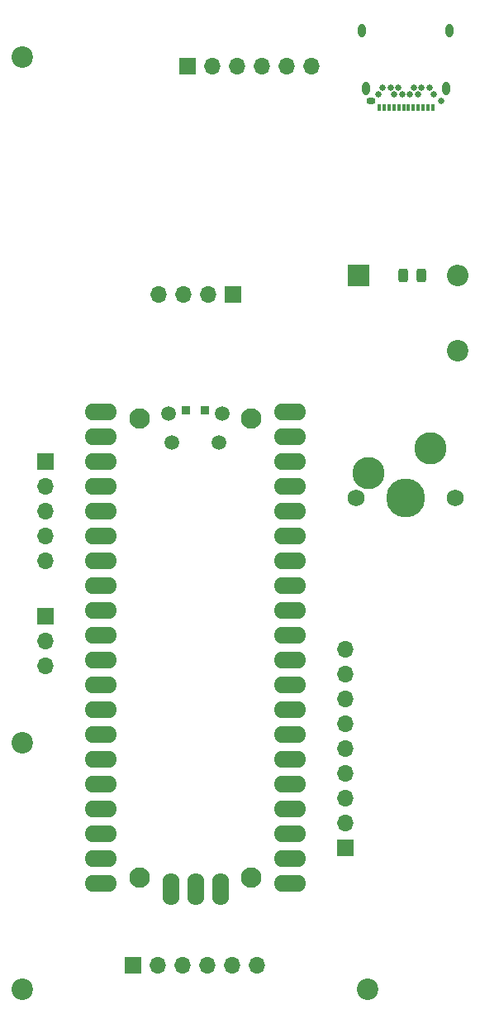
<source format=gbr>
%TF.GenerationSoftware,KiCad,Pcbnew,(6.0.7)*%
%TF.CreationDate,2023-01-05T19:34:40-06:00*%
%TF.ProjectId,OpenRectangle,4f70656e-5265-4637-9461-6e676c652e6b,rev?*%
%TF.SameCoordinates,Original*%
%TF.FileFunction,Soldermask,Top*%
%TF.FilePolarity,Negative*%
%FSLAX46Y46*%
G04 Gerber Fmt 4.6, Leading zero omitted, Abs format (unit mm)*
G04 Created by KiCad (PCBNEW (6.0.7)) date 2023-01-05 19:34:40*
%MOMM*%
%LPD*%
G01*
G04 APERTURE LIST*
G04 Aperture macros list*
%AMRoundRect*
0 Rectangle with rounded corners*
0 $1 Rounding radius*
0 $2 $3 $4 $5 $6 $7 $8 $9 X,Y pos of 4 corners*
0 Add a 4 corners polygon primitive as box body*
4,1,4,$2,$3,$4,$5,$6,$7,$8,$9,$2,$3,0*
0 Add four circle primitives for the rounded corners*
1,1,$1+$1,$2,$3*
1,1,$1+$1,$4,$5*
1,1,$1+$1,$6,$7*
1,1,$1+$1,$8,$9*
0 Add four rect primitives between the rounded corners*
20,1,$1+$1,$2,$3,$4,$5,0*
20,1,$1+$1,$4,$5,$6,$7,0*
20,1,$1+$1,$6,$7,$8,$9,0*
20,1,$1+$1,$8,$9,$2,$3,0*%
G04 Aperture macros list end*
%ADD10C,2.200000*%
%ADD11R,1.700000X1.700000*%
%ADD12O,1.700000X1.700000*%
%ADD13C,2.100000*%
%ADD14C,1.500000*%
%ADD15O,3.327000X1.727000*%
%ADD16O,1.727000X3.327000*%
%ADD17RoundRect,0.063500X-0.400000X-0.400000X0.400000X-0.400000X0.400000X0.400000X-0.400000X0.400000X0*%
%ADD18RoundRect,0.243750X-0.243750X-0.456250X0.243750X-0.456250X0.243750X0.456250X-0.243750X0.456250X0*%
%ADD19R,2.200000X2.200000*%
%ADD20O,2.200000X2.200000*%
%ADD21C,0.650000*%
%ADD22O,0.950000X0.650000*%
%ADD23R,0.300000X0.700000*%
%ADD24O,0.800000X1.400000*%
%ADD25C,3.987800*%
%ADD26C,1.750000*%
%ADD27C,3.300000*%
G04 APERTURE END LIST*
D10*
%TO.C,H16*%
X203879700Y-59330000D03*
%TD*%
%TO.C,H15*%
X159240100Y-29196900D03*
%TD*%
%TO.C,H14*%
X194683100Y-124609900D03*
%TD*%
%TO.C,H13*%
X159240000Y-124609900D03*
%TD*%
%TO.C,H12*%
X159240000Y-99450000D03*
%TD*%
D11*
%TO.C,J9*%
X161610000Y-70670000D03*
D12*
X161610000Y-73210000D03*
X161610000Y-75750000D03*
X161610000Y-78290000D03*
X161610000Y-80830000D03*
%TD*%
D13*
%TO.C,J8*%
X182706250Y-66193750D03*
D14*
X174281250Y-65693750D03*
X179431250Y-68723750D03*
D13*
X182706250Y-113193750D03*
D14*
X174581250Y-68723750D03*
D13*
X171306250Y-66193750D03*
D14*
X179731250Y-65693750D03*
D13*
X171306250Y-113193750D03*
D15*
X186696250Y-75723750D03*
X186696250Y-73183750D03*
X186696250Y-78263750D03*
X186696250Y-83343750D03*
X167316250Y-70643750D03*
X167316250Y-83343750D03*
X167316250Y-96043750D03*
X167316250Y-108743750D03*
D16*
X177006250Y-114393750D03*
D15*
X186696250Y-108743750D03*
X186696250Y-96043750D03*
X186696250Y-70643750D03*
X167316250Y-65563750D03*
X167316250Y-68103750D03*
X167316250Y-73183750D03*
X167316250Y-75723750D03*
X167316250Y-78263750D03*
X167316250Y-80803750D03*
X167316250Y-85883750D03*
X167316250Y-88423750D03*
X167316250Y-90963750D03*
X167316250Y-93503750D03*
X167316250Y-98583750D03*
X167316250Y-101123750D03*
X167316250Y-103663750D03*
X167316250Y-106203750D03*
X167316250Y-111283750D03*
X167316250Y-113823750D03*
X186696250Y-113823750D03*
X186696250Y-111283750D03*
X186696250Y-106203750D03*
X186696250Y-103663750D03*
X186696250Y-101123750D03*
X186696250Y-98583750D03*
X186696250Y-93503750D03*
X186696250Y-88423750D03*
X186696250Y-85883750D03*
X186696250Y-80803750D03*
X186696250Y-90963750D03*
D16*
X174466250Y-114393750D03*
X179546250Y-114393750D03*
D17*
X178006250Y-65393750D03*
X176006250Y-65393750D03*
D15*
X186696250Y-65563750D03*
X186696250Y-68103750D03*
%TD*%
D18*
%TO.C,D2*%
X198293750Y-51593750D03*
X200168750Y-51593750D03*
%TD*%
D19*
%TO.C,D1*%
X193675000Y-51593750D03*
D20*
X203835000Y-51593750D03*
%TD*%
D11*
%TO.C,J6*%
X180806250Y-53510000D03*
D12*
X178266250Y-53510000D03*
X175726250Y-53510000D03*
X173186250Y-53510000D03*
%TD*%
D11*
%TO.C,J12*%
X192390000Y-110190000D03*
D12*
X192390000Y-107650000D03*
X192390000Y-105110000D03*
X192390000Y-102570000D03*
X192390000Y-100030000D03*
X192390000Y-97490000D03*
X192390000Y-94950000D03*
X192390000Y-92410000D03*
X192390000Y-89870000D03*
%TD*%
D11*
%TO.C,J11*%
X170600000Y-122230000D03*
D12*
X173140000Y-122230000D03*
X175680000Y-122230000D03*
X178220000Y-122230000D03*
X180760000Y-122230000D03*
X183300000Y-122230000D03*
%TD*%
D11*
%TO.C,J5*%
X176212500Y-30162500D03*
D12*
X178752500Y-30162500D03*
X181292500Y-30162500D03*
X183832500Y-30162500D03*
X186372500Y-30162500D03*
X188912500Y-30162500D03*
%TD*%
D11*
%TO.C,J10*%
X161610000Y-86500000D03*
D12*
X161610000Y-89040000D03*
X161610000Y-91580000D03*
%TD*%
D21*
%TO.C,J7*%
X202178500Y-33728750D03*
D22*
X194978500Y-33728750D03*
D23*
X201328500Y-34388750D03*
X200828500Y-34388750D03*
X200328500Y-34388750D03*
X199828500Y-34388750D03*
X199328500Y-34388750D03*
X198828500Y-34388750D03*
X198328500Y-34388750D03*
X197828500Y-34388750D03*
X197328500Y-34388750D03*
X196828500Y-34388750D03*
X196328500Y-34388750D03*
X195828500Y-34388750D03*
D21*
X195778500Y-33078750D03*
X196178500Y-32378750D03*
X196978500Y-32378750D03*
X197378500Y-33078750D03*
X197778500Y-32378750D03*
X198178500Y-33078750D03*
X198978500Y-33078750D03*
X199378500Y-32378750D03*
X199778500Y-33078750D03*
X200178500Y-32378750D03*
X200978500Y-32378750D03*
X201378500Y-33078750D03*
D24*
X194088500Y-26528750D03*
X203068500Y-26528750D03*
X202708500Y-32478750D03*
X194448500Y-32478750D03*
%TD*%
D25*
%TO.C,SW5*%
X198578500Y-74326866D03*
D26*
X203658500Y-74326866D03*
X193498500Y-74326866D03*
D27*
X194768500Y-71786866D03*
X201118500Y-69246866D03*
%TD*%
M02*

</source>
